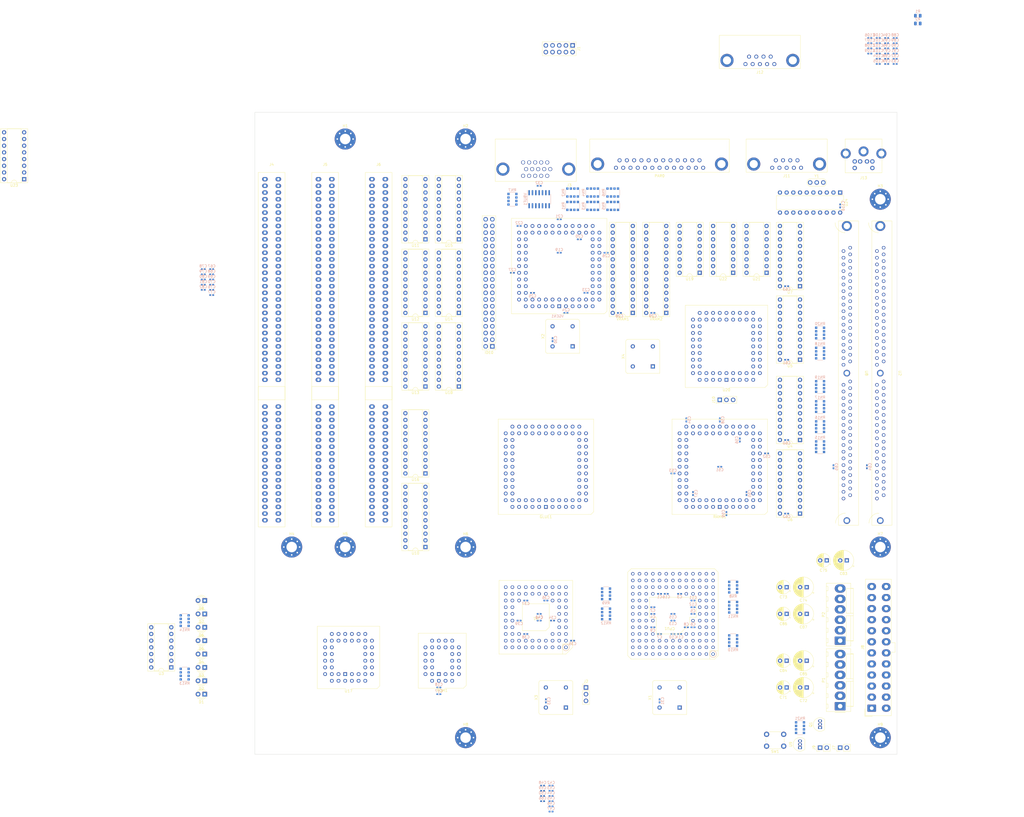
<source format=kicad_pcb>
(kicad_pcb (version 20221018) (generator pcbnew)
  (layers (0 "F.Cu" signal) (31 "B.Cu" signal) (34 "B.Paste" user) (35 "F.Paste" user) (36 "B.SilkS" user "B.Silkscreen") (37 "F.SilkS" user "F.Silkscreen") (38 "B.Mask" user) (39 "F.Mask" user) (44 "Edge.Cuts" user))
  (net 0 "")
  (net 1 "VCC")
  (net 2 "GND")
  (net 3 "+12V")
  (net 4 "+5VP")
  (net 5 "-12V")
  (net 6 "-5V")
  (net 7 "/Serial-Parallel-IO/PAR-D0")
  (net 8 "/Serial-Parallel-IO/PAR-D0-C")
  (net 9 "/Serial-Parallel-IO/PAR-D1")
  (net 10 "/Serial-Parallel-IO/PAR-D1-C")
  (net 11 "/Serial-Parallel-IO/PAR-D2")
  (net 12 "/Serial-Parallel-IO/PAR-D2-C")
  (net 13 "/Serial-Parallel-IO/PAR-D3")
  (net 14 "/Serial-Parallel-IO/PAR-D3-C")
  (net 15 "/Serial-Parallel-IO/PAR-D4")
  (net 16 "/Serial-Parallel-IO/PAR-D4-C")
  (net 17 "/Serial-Parallel-IO/PAR-D5")
  (net 18 "/Serial-Parallel-IO/PAR-D5-C")
  (net 19 "/Serial-Parallel-IO/PAR-D6")
  (net 20 "/Serial-Parallel-IO/PAR-D6-C")
  (net 21 "/Serial-Parallel-IO/PAR-D7")
  (net 22 "/Serial-Parallel-IO/PAR-D7-C")
  (net 23 "/Serial-Parallel-IO/COM0-C1P")
  (net 24 "/Serial-Parallel-IO/COM0-C1M")
  (net 25 "/Serial-Parallel-IO/COM0-C2M")
  (net 26 "/Serial-Parallel-IO/COM0-C2P")
  (net 27 "/Serial-Parallel-IO/COM0-VP")
  (net 28 "/Serial-Parallel-IO/COM0-VM")
  (net 29 "/Serial-Parallel-IO/COM1-C1P")
  (net 30 "/Serial-Parallel-IO/COM1-C1M")
  (net 31 "/Serial-Parallel-IO/COM1-VP")
  (net 32 "/Serial-Parallel-IO/COM1-VM")
  (net 33 "/Serial-Parallel-IO/COM1-C2M")
  (net 34 "/Serial-Parallel-IO/COM1-C2P")
  (net 35 "~{BR}")
  (net 36 "CPU-A0")
  (net 37 "CPU-A30")
  (net 38 "CPU-A28")
  (net 39 "CPU-A26")
  (net 40 "CPU-A24")
  (net 41 "CPU-A23")
  (net 42 "CPU-A21")
  (net 43 "CPU-A19")
  (net 44 "CPU-A17")
  (net 45 "CPU-A15")
  (net 46 "CPU-A13")
  (net 47 "CPU-A10")
  (net 48 "~{RMC}")
  (net 49 "~{BG}")
  (net 50 "CPU-A31")
  (net 51 "CPU-A29")
  (net 52 "CPU-A27")
  (net 53 "CPU-A25")
  (net 54 "CPU-A22")
  (net 55 "CPU-A20")
  (net 56 "CPU-A16")
  (net 57 "CPU-A14")
  (net 58 "CPU-A12")
  (net 59 "CPU-A8")
  (net 60 "CPU-A7")
  (net 61 "FC1")
  (net 62 "~{CIOUT}")
  (net 63 "~{BGACK}")
  (net 64 "CPU-A1")
  (net 65 "CPU-A18")
  (net 66 "CPU-A11")
  (net 67 "CPU-A9")
  (net 68 "CPU-A5")
  (net 69 "CPU-A4")
  (net 70 "FC2")
  (net 71 "FC0")
  (net 72 "~{OCS}")
  (net 74 "CPU-A6")
  (net 75 "CPU-A3")
  (net 76 "CPU-A2")
  (net 77 "CPU-CLK")
  (net 78 "~{AVEC}")
  (net 80 "~{IPEND}")
  (net 81 "~{DSACK0}")
  (net 84 "~{RESET}")
  (net 85 "~{MMUDIS}")
  (net 86 "~{STERM}")
  (net 87 "~{DSACK1}")
  (net 88 "~{IPL2}")
  (net 89 "~{IPL1}")
  (net 90 "~{BERR}")
  (net 91 "~{HALT}")
  (net 92 "~{CDIS}")
  (net 93 "~{IPL0}")
  (net 94 "~{CBACK}")
  (net 95 "~{AS}")
  (net 96 "~{STATUS}")
  (net 97 "~{REFILL}")
  (net 98 "~{CBREQ}")
  (net 99 "~{DS}")
  (net 100 "SIZ1")
  (net 102 "CPU-D5")
  (net 103 "CPU-D1")
  (net 104 "CPU-D0")
  (net 105 "~{CIIN}")
  (net 106 "SIZ0")
  (net 107 "R{slash}~{W}")
  (net 108 "CPU-D30")
  (net 109 "CPU-D10")
  (net 110 "CPU-D7")
  (net 111 "CPU-D4")
  (net 112 "CPU-D2")
  (net 113 "~{DBEN}")
  (net 114 "~{ECS}")
  (net 115 "CPU-D29")
  (net 116 "CPU-D27")
  (net 117 "CPU-D24")
  (net 118 "CPU-D22")
  (net 119 "CPU-D20")
  (net 120 "CPU-D17")
  (net 121 "CPU-D14")
  (net 122 "CPU-D12")
  (net 123 "CPU-D9")
  (net 124 "CPU-D6")
  (net 125 "CPU-D3")
  (net 126 "CPU-D31")
  (net 127 "CPU-D28")
  (net 128 "CPU-D26")
  (net 129 "CPU-D25")
  (net 130 "CPU-D23")
  (net 131 "CPU-D21")
  (net 132 "CPU-D19")
  (net 133 "CPU-D18")
  (net 134 "CPU-D16")
  (net 135 "CPU-D15")
  (net 136 "CPU-D13")
  (net 137 "CPU-D11")
  (net 138 "CPU-D8")
  (net 139 "Net-(D1-A)")
  (net 140 "Net-(D2-A)")
  (net 141 "Net-(D3-A)")
  (net 142 "Net-(D4-A)")
  (net 143 "Net-(D5-A)")
  (net 144 "Net-(D6-A)")
  (net 145 "Net-(D7-A)")
  (net 146 "Net-(D8-A)")
  (net 149 "~{MEM-WR}")
  (net 150 "~{MEM-RD}")
  (net 152 "~{ISA-CE}")
  (net 153 "~{VID-CE}")
  (net 154 "~{ROM-CE}")
  (net 155 "~{FPU-SENSE}")
  (net 156 "~{FPU-CE}")
  (net 157 "~{RAM-CE}")
  (net 158 "~{RAM-DSACK}")
  (net 159 "~{VID-DSACK}")
  (net 160 "~{ISA-DACK16}")
  (net 161 "~{ISA-DACK8}")
  (net 162 "PWR_OK")
  (net 163 "PWR_ON_L")
  (net 164 "~{SPIO-CE}")
  (net 165 "~{PS2-ATN}")
  (net 166 "~{PS2-ACK}")
  (net 174 "/ISA-IDE/ISA-RESET")
  (net 175 "/ISA-IDE/ISA-D0")
  (net 176 "/ISA-IDE/ISA-D8")
  (net 177 "/ISA-IDE/ISA-D1")
  (net 178 "/ISA-IDE/ISA-D9")
  (net 179 "/ISA-IDE/ISA-D2")
  (net 180 "/ISA-IDE/ISA-D10")
  (net 181 "/ISA-IDE/ISA-D3")
  (net 182 "/ISA-IDE/ISA-D11")
  (net 183 "/ISA-IDE/ISA-D4")
  (net 184 "/ISA-IDE/ISA-D12")
  (net 185 "/ISA-IDE/ISA-D5")
  (net 186 "/ISA-IDE/ISA-D13")
  (net 187 "/ISA-IDE/ISA-D6")
  (net 188 "/ISA-IDE/ISA-D14")
  (net 189 "/ISA-IDE/ISA-D7")
  (net 190 "/ISA-IDE/ISA-D15")
  (net 193 "/ISA-IDE/~{ISA-IOW}")
  (net 194 "/ISA-IDE/~{ISA-IOR}")
  (net 195 "/ISA-IDE/ISA-IORDY")
  (net 197 "/ISA-IDE/ISA-IDE-Connectors/~{IDE-DMACK}")
  (net 199 "/ISA-IDE/~{ISA-IOCS16}")
  (net 200 "/ISA-IDE/ISA-A1")
  (net 202 "/ISA-IDE/ISA-A0")
  (net 203 "/ISA-IDE/ISA-A2")
  (net 204 "/ISA-IDE/~{IDE-CS1}")
  (net 205 "/ISA-IDE/~{IDE-CS3}")
  (net 207 "/VidGen/VID-V")
  (net 208 "/VidGen/VID-H")
  (net 209 "/VidGen/VID-B-OUT")
  (net 210 "/VidGen/VID-G-OUT")
  (net 211 "/VidGen/VID-R-OUT")
  (net 212 "Net-(J2-Pin_2)")
  (net 213 "/CPU-FPU/FPU-CLK")
  (net 224 "/ISA-IDE/~{ISA-MEMW}")
  (net 225 "/ISA-IDE/~{ISA-MEMR}")
  (net 231 "/ISA-IDE/ISA-CLK")
  (net 239 "/ISA-IDE/ISA-AEN")
  (net 240 "/ISA-IDE/ISA-IDE-Connectors/ISA-OSC")
  (net 242 "/ISA-IDE/ISA-ALE")
  (net 243 "/ISA-IDE/ISA-A19")
  (net 244 "/ISA-IDE/ISA-A18")
  (net 245 "/ISA-IDE/ISA-A17")
  (net 246 "/ISA-IDE/ISA-A16")
  (net 247 "/ISA-IDE/ISA-A15")
  (net 248 "/ISA-IDE/ISA-A14")
  (net 249 "/ISA-IDE/ISA-A13")
  (net 250 "/ISA-IDE/ISA-A12")
  (net 251 "/ISA-IDE/ISA-A11")
  (net 252 "/ISA-IDE/ISA-A10")
  (net 253 "/ISA-IDE/ISA-A9")
  (net 254 "/ISA-IDE/ISA-A8")
  (net 255 "/ISA-IDE/ISA-A7")
  (net 256 "/ISA-IDE/ISA-A6")
  (net 257 "/ISA-IDE/ISA-A5")
  (net 258 "/ISA-IDE/ISA-A4")
  (net 259 "/ISA-IDE/ISA-A3")
  (net 260 "/ISA-IDE/~{ISA-MEMCS16}")
  (net 274 "/ISA-IDE/ISA-MASTER")
  (net 275 "/ISA-IDE/ISA-SBHE")
  (net 276 "/ISA-IDE/ISA-LA23")
  (net 277 "/ISA-IDE/ISA-LA22")
  (net 278 "/ISA-IDE/ISA-LA21")
  (net 279 "/ISA-IDE/ISA-LA20")
  (net 280 "/ISA-IDE/ISA-LA19")
  (net 281 "/ISA-IDE/ISA-LA18")
  (net 282 "/ISA-IDE/ISA-LA17")
  (net 343 "/Power-Supply/~{PWR_ON}")
  (net 344 "Net-(J8-+3.3V-Pad1)")
  (net 346 "/Serial-Parallel-IO/PAR-BIDEN")
  (net 349 "/Serial-Parallel-IO/COM0-RX232")
  (net 350 "/Serial-Parallel-IO/COM0-TX232")
  (net 353 "/Serial-Parallel-IO/COM0-RTS232")
  (net 354 "/Serial-Parallel-IO/COM0-CTS232")
  (net 358 "/Serial-Parallel-IO/COM1-RX232")
  (net 359 "/Serial-Parallel-IO/COM1-TX232")
  (net 362 "/Serial-Parallel-IO/COM1-RTS232")
  (net 363 "/Serial-Parallel-IO/COM1-CTS232")
  (net 365 "/Keyboard/PS2-DAT")
  (net 367 "/Keyboard/PS2-CLK")
  (net 370 "/Serial-Parallel-IO/~{PAR-STB}")
  (net 371 "/Serial-Parallel-IO/~{PAR-ACK}")
  (net 372 "/Serial-Parallel-IO/PAR-BUSY")
  (net 373 "/Serial-Parallel-IO/PAR-PE")
  (net 374 "/Serial-Parallel-IO/PAR-SLCT")
  (net 375 "/Serial-Parallel-IO/~{PAR-AFD}")
  (net 376 "/Serial-Parallel-IO/~{PAR-ERR}")
  (net 377 "/Serial-Parallel-IO/~{PAR-INIT}")
  (net 378 "/Serial-Parallel-IO/~{PAR-SLIN}")
  (net 379 "/Power-Supply/PWR_ON_R")
  (net 381 "/Main-Memory/MEM-A0")
  (net 383 "/Main-Memory/MEM-A7")
  (net 384 "/Main-Memory/MEM-A6")
  (net 385 "/Main-Memory/MEM-A5")
  (net 386 "/Main-Memory/MEM-A4")
  (net 387 "/Main-Memory/MEM-A3")
  (net 388 "/Main-Memory/MEM-A2")
  (net 389 "/Main-Memory/MEM-A1")
  (net 391 "/Main-Memory/~{MEM-RAS2}")
  (net 392 "/Main-Memory/~{MEM-RAS1}")
  (net 393 "/Main-Memory/~{MEM-RAS0}")
  (net 394 "/Main-Memory/MEM-A11")
  (net 395 "/Main-Memory/MEM-A10")
  (net 396 "/Main-Memory/MEM-A9")
  (net 397 "/Main-Memory/MEM-A8")
  (net 399 "/Main-Memory/~{MEM-WE}")
  (net 400 "/Main-Memory/~{MEM-CAS3}")
  (net 401 "/Main-Memory/~{MEM-CAS2}")
  (net 402 "/Main-Memory/~{MEM-CAS1}")
  (net 403 "/Main-Memory/~{MEM-CAS0}")
  (net 404 "/Main-Memory/~{MEM-RAS3}")
  (net 407 "/VidGen/VID-R-D")
  (net 408 "/VidGen/VID-R-A")
  (net 409 "/VidGen/VID-I-D2R")
  (net 410 "/VidGen/VID-R-D1")
  (net 411 "/VidGen/VID-I-D1R")
  (net 412 "/VidGen/VID-I-D3R")
  (net 413 "/VidGen/VID-I-D")
  (net 414 "/VidGen/VID-G-D")
  (net 415 "/VidGen/VID-G-A")
  (net 416 "/VidGen/VID-I-D2G")
  (net 417 "/VidGen/VID-G-D1")
  (net 418 "/VidGen/VID-I-D1G")
  (net 419 "/VidGen/VID-I-D3G")
  (net 420 "/VidGen/VID-B-D")
  (net 421 "/VidGen/VID-B-A")
  (net 422 "/VidGen/VID-I-D2B")
  (net 423 "/VidGen/VID-B-D1")
  (net 424 "/VidGen/VID-I-D1B")
  (net 425 "/VidGen/VID-I-D3B")
  (net 426 "/VidGen/VID-R-F")
  (net 427 "/VidGen/VID-G-F")
  (net 428 "/VidGen/VID-B-F")
  (net 429 "Net-(RN7-R4.1)")
  (net 433 "Net-(RN13-R2.1)")
  (net 434 "Net-(RN13-R3.1)")
  (net 435 "Net-(RN13-R4.1)")
  (net 436 "Net-(RN14-R1.1)")
  (net 437 "Net-(RN14-R2.1)")
  (net 438 "Net-(RN14-R3.1)")
  (net 439 "/Main-Memory/MEM-A3R")
  (net 440 "/Main-Memory/MEM-A2R")
  (net 441 "/Main-Memory/MEM-A1R")
  (net 442 "/Main-Memory/MEM-A0R")
  (net 443 "/Main-Memory/MEM-A7R")
  (net 444 "/Main-Memory/MEM-A6R")
  (net 445 "/Main-Memory/MEM-A5R")
  (net 446 "/Main-Memory/MEM-A4R")
  (net 447 "/Main-Memory/MEM-A11R")
  (net 448 "/Main-Memory/MEM-A10R")
  (net 449 "/Main-Memory/MEM-A9R")
  (net 450 "/Main-Memory/MEM-A8R")
  (net 451 "/Main-Memory/~{MEM-CAS3R}")
  (net 452 "/Main-Memory/~{MEM-CAS2R}")
  (net 453 "/Main-Memory/~{MEM-CAS1R}")
  (net 454 "/Main-Memory/~{MEM-CAS0R}")
  (net 455 "/Main-Memory/~{MEM-RAS3R}")
  (net 456 "/Main-Memory/~{MEM-RAS2R}")
  (net 457 "/Main-Memory/~{MEM-RAS1R}")
  (net 458 "/Main-Memory/~{MEM-RAS0R}")
  (net 465 "/Main-Memory/~{MEM-WER}")
  (net 472 "/Main-Memory/MEM-D0")
  (net 473 "/Main-Memory/MEM-D16")
  (net 474 "/Main-Memory/MEM-D1")
  (net 475 "/Main-Memory/MEM-D17")
  (net 476 "/Main-Memory/MEM-D2")
  (net 477 "/Main-Memory/MEM-D18")
  (net 478 "/Main-Memory/MEM-D3")
  (net 479 "/Main-Memory/MEM-D19")
  (net 481 "/Main-Memory/MEM-D4")
  (net 482 "/Main-Memory/MEM-D20")
  (net 483 "/Main-Memory/MEM-D5")
  (net 484 "/Main-Memory/MEM-D21")
  (net 485 "/Main-Memory/MEM-D6")
  (net 486 "/Main-Memory/MEM-D22")
  (net 487 "/Main-Memory/MEM-D7")
  (net 488 "/Main-Memory/MEM-D23")
  (net 495 "/Main-Memory/MEM-D8")
  (net 496 "/Main-Memory/MEM-D24")
  (net 497 "/Main-Memory/MEM-D9")
  (net 498 "/Main-Memory/MEM-D25")
  (net 499 "/Main-Memory/MEM-D10")
  (net 500 "/Main-Memory/MEM-D26")
  (net 501 "/Main-Memory/MEM-D11")
  (net 502 "/Main-Memory/MEM-D27")
  (net 503 "/Main-Memory/MEM-D12")
  (net 504 "/Main-Memory/MEM-D28")
  (net 505 "/Main-Memory/MEM-D29")
  (net 506 "/Main-Memory/MEM-D13")
  (net 507 "/Main-Memory/MEM-D30")
  (net 508 "/Main-Memory/MEM-D14")
  (net 509 "/Main-Memory/MEM-D31")
  (net 510 "/Main-Memory/MEM-D15")
  (net 530 "/ISA-IDE/~{ISA-XFER8}")
  (net 531 "/ISA-IDE/~{ISA-XFER16}")
  (net 537 "/ISA-IDE/~{RESET}")
  (net 549 "Net-(U18-P=R)")
  (net 553 "/Serial-Parallel-IO/~{SPIO-CS2}")
  (net 554 "/Serial-Parallel-IO/~{SPIO-CS1}")
  (net 555 "/Serial-Parallel-IO/~{SPIO-CS0}")
  (net 556 "/Serial-Parallel-IO/SPIO-CLK")
  (net 561 "/Serial-Parallel-IO/COM1-SOUT")
  (net 563 "/Serial-Parallel-IO/~{COM1-RTS}")
  (net 564 "/Serial-Parallel-IO/~{COM1-CTS}")
  (net 566 "/Serial-Parallel-IO/~{COM0-RTS}")
  (net 568 "/Serial-Parallel-IO/COM0-SOUT")
  (net 569 "/Serial-Parallel-IO/~{COM0-CTS}")
  (net 573 "/Serial-Parallel-IO/COM0-SIN")
  (net 580 "/Serial-Parallel-IO/COM1-SIN")
  (net 591 "/Keyboard/PS2-DEB-Rx")
  (net 592 "/Keyboard/PS2-DEB-Tx")
  (net 593 "Net-(U24-PA1{slash}XTAL2)")
  (net 594 "Net-(U24-PA0{slash}XTAL1)")
  (net 595 "Net-(VBUF1B-IN2_N)")
  (net 596 "Net-(VBUF1C-IN3_N)")
  (net 597 "Net-(VBUF1D-IN4_N)")
  (net 599 "/VidGen/VID_A5")
  (net 600 "/VidGen/VID_A14")
  (net 601 "/VidGen/VID_A7")
  (net 602 "/VidGen/VID_A12")
  (net 603 "/VidGen/~{VID_WR}")
  (net 604 "/VidGen/VID_TDI")
  (net 605 "/VidGen/VID_A13")
  (net 606 "/VidGen/VID_A8")
  (net 607 "/VidGen/VID_A6")
  (net 608 "/VidGen/VID_A9")
  (net 609 "/VidGen/VID_A11")
  (net 610 "/VidGen/VID_A4")
  (net 611 "/VidGen/~{VID_RD}")
  (net 612 "/VidGen/VID_TMS")
  (net 613 "/VidGen/VID_A10")
  (net 614 "/VidGen/VID_A3")
  (net 615 "/VidGen/VID_A2")
  (net 616 "/VidGen/VID_A1")
  (net 617 "/VidGen/~{VID_CS0}")
  (net 618 "/VidGen/VID_A0")
  (net 619 "/VidGen/VID_D7")
  (net 620 "/VidGen/VID_D5")
  (net 621 "/VidGen/VID_D0")
  (net 622 "/VidGen/VID_D1")
  (net 623 "/VidGen/VID_D6")
  (net 624 "/VidGen/VID_D4")
  (net 625 "/VidGen/VID_D3")
  (net 626 "/VidGen/VID_D2")
  (net 627 "/VidGen/~{VID_CS1}")
  (net 628 "/VidGen/VID_TCK")
  (net 629 "/VidGen/VID_TDO")
  (net 630 "/VidGen/VID_CLK")
  (footprint "Package_DIP:DIP-20_W7.62mm_Socket" (layer "F.Cu") (at 172.72 142.24 180)
    (fp_text reference "U6")
    (fp_text value "74HC245")
  )
  (footprint "Wrap030-ITX:SIMM72" (layer "F.Cu") (at 190.5 88.9 -90)
    (fp_text reference "U8")
    (fp_text value "TE-822021-4")
  )
  (footprint "Wrap030-ITX:MiniDIN6" (layer "F.Cu") (at 196.85 0)
    (fp_text reference "J13")
    (fp_text value "DIN-6")
  )
  (footprint "Package_DIP:DIP-20_W7.62mm_Socket" (layer "F.Cu") (at 30.48 66.04 180)
    (fp_text reference "U12")
    (fp_text value "74HC245")
  )
  (footprint "MountingHole:MountingHole_4mm_Pad_Via" (layer "F.Cu") (at 0 154.94)
    (fp_text reference "H5")
    (fp_text value "4mm")
  )
  (footprint "Package_TO_SOT_THT:TO-92L_Inline" (layer "F.Cu") (at 180.34 223.52 90)
    (fp_text reference "Q1")
    (fp_text value "PN2222A")
  )
  (footprint "Oscillator:Oscillator_DIP-8" (layer "F.Cu") (at 86.36 78.74 90)
    (fp_text reference "X2")
    (fp_text value "25.175M")
  )
  (footprint "MountingHole:MountingHole_4mm_Pad_Via" (layer "F.Cu") (at -20.32 154.94)
    (fp_text reference "H4")
    (fp_text value "4mm")
  )
  (footprint "Capacitor_THT:CP_Radial_D5.0mm_P2.50mm" (layer "F.Cu") (at 167.64 198.12 180)
    (fp_text reference "C84")
    (fp_text value "10uF")
  )
  (footprint "Package_DIP:DIP-28_W7.62mm_Socket" (layer "F.Cu") (at 109.22 66.04 180)
    (fp_text reference "VRAM1")
    (fp_text value "CY62256-70PC")
  )
  (footprint "Capacitor_THT:CP_Radial_D7.5mm_P2.50mm" (layer "F.Cu") (at 175.26 198.12 180)
    (fp_text reference "C85")
    (fp_text value "100uF")
  )
  (footprint "Crystal:Resonator-3Pin_W7.0mm_H2.5mm" (layer "F.Cu") (at 176.57 16.51)
    (fp_text reference "Y1")
    (fp_text value "16M")
  )
  (footprint "Package_LCC:PLCC-84_THT-Socket" (layer "F.Cu") (at 81.28 63.5 180)
    (fp_text reference "VGEN1")
    (fp_text value "ATF1508AS")
  )
  (footprint "Package_DIP:DIP-20_W7.62mm_Socket" (layer "F.Cu") (at 43.18 38.1 180)
    (fp_text reference "U15")
    (fp_text value "74LS573")
  )
  (footprint "Wrap030-ITX:ISA16" (layer "F.Cu") (at 10.16 15.24)
    (fp_text reference "J6")
    (fp_text value "Bus_ISA_16bit")
  )
  (footprint "Capacitor_THT:CP_Radial_D5.0mm_P2.50mm" (layer "F.Cu") (at 167.64 170.18 180)
    (fp_text reference "C73")
    (fp_text value "10uF")
  )
  (footprint "LED_THT:LED_D3.0mm" (layer "F.Cu") (at -53.34 190.5 180)
    (fp_text reference "D5")
    (fp_text value "LED")
  )
  (footprint "Button_Switch_THT:SW_PUSH_6mm" (layer "F.Cu") (at 166.52 230.56 180)
    (fp_text reference "SW1")
    (fp_text value "SW_Push")
  )
  (footprint "Connector_Molex:Molex_KK-396_A-41791-0006_1x06_P3.96mm_Vertical" (layer "F.Cu") (at 187.96 190.5 90)
    (fp_text reference "P2")
    (fp_text value "Conn_01x06")
  )
  (footprint "Package_DIP:DIP-28_W7.62mm_Socket" (layer "F.Cu") (at 121.92 66.04 180)
    (fp_text reference "VRAM2")
    (fp_text value "CY62256-70PC")
  )
  (footprint "Connector_PinHeader_2.54mm:PinHeader_1x03_P2.54mm_Vertical" (layer "F.Cu") (at 142.24 99.06 90)
    (fp_text reference "J10")
    (fp_text value "Conn_01x03")
  )
  (footprint "MountingHole:MountingHole_4mm_Pad_Via" (layer "F.Cu") (at 45.72 154.94)
    (fp_text reference "H6")
    (fp_text value "4mm")
  )
  (footprint "Connector_PinHeader_2.54mm:PinHeader_2x05_P2.54mm_Vertical" (layer "F.Cu") (at 86.36 -35.56 -90)
    (fp_text reference "J1")
    (fp_text value "Conn_02x05_Odd_Even")
  )
  (footprint "Package_DIP:DIP-20_W7.62mm_Socket" (layer "F.Cu") (at 30.48 127 180)
    (fp_text reference "U16")
    (fp_text value "74AHCT244")
  )
  (footprint "Capacitor_THT:CP_Radial_D7.5mm_P2.50mm" (layer "F.Cu") (at 175.26 170.18 180)
    (fp_text reference "C74")
    (fp_text value "100uF")
  )
  (footprint "Wrap030-ITX:DE9" (layer "F.Cu") (at 167.64 0)
    (fp_text reference "J11")
    (fp_text value "DE9_Plug_MountingHoles")
  )
  (footprint "Wrap030-ITX:ISA16" (layer "F.Cu") (at -10.16 15.24)
    (fp_text reference "J5")
    (fp_text value "Bus_ISA_16bit")
  )
  (footprint "Wrap030-ITX:DE9" (layer "F.Cu") (at 157.48 -39.37)
    (fp_text reference "J12")
    (fp_text value "DE9_Plug_MountingHoles")
  )
  (footprint "Capacitor_THT:CP_Radial_D7.5mm_P2.50mm" (layer "F.Cu") (at 175.26 208.28 180)
    (fp_text reference "C72")
    (fp_text value "100uF")
  )
  (footprint "Capacitor_THT:CP_Radial_D7.5mm_P2.50mm" (layer "F.Cu") (at 190.5 160.02 180)
    (fp_text reference "C83")
    (fp_text value "100uF")
  )
  (footprint "MountingHole:MountingHole_4mm_Pad_Via" (layer "F.Cu") (at 45.72 227.33)
    (fp_text reference "H8")
    (fp_text value "4mm")
  )
  (footprint "Package_TO_SOT_THT:TO-92_Inline" (layer "F.Cu") (at 172.72 231.14 90)
    (fp_text reference "U9")
    (fp_text value "DS1813-5+T&R")
  )
  (footprint "Capacitor_THT:CP_Radial_D5.0mm_P2.50mm" (layer "F.Cu") (at 167.64 208.28 180)
    (fp_text reference "C71")
    (fp_text value "10uF")
  )
  (footprint "Package_LCC:PLCC-84_THT-Socket" (layer "F.Cu") (at 76.2 139.7 180)
    (fp_text reference "GLUE1")
    (fp_text value "ATF1508AS")
  )
  (footprint "Capacitor_THT:CP_Radial_D5.0mm_P2.50mm" (layer "F.Cu") (at 182.88 160.02 180)
    (fp_text reference "C75")
    (fp_text value "10uF")
  )
  (footprint "Package_DIP:DIP-16_W7.62mm_Socket" (layer "F.Cu") (at 147.32 50.8 180)
    (fp_text reference "U22")
    (fp_text value "MAX232")
  )
  (footprint "Package_DIP:DIP-16_W7.62mm_Socket" (layer "F.Cu") (at 160.02 50.8 180)
    (fp_text reference "U21")
    (fp_text value "MAX232")
  )
  (footprint "Package_DIP:DIP-20_W7.62mm_Socket" (layer "F.Cu") (at 172.72 83.82 180)
    (fp_text reference "U5")
    (fp_text value "74HC245")
  )
  (footprint "Connector_PinHeader_2.54mm:PinHeader_2x20_P2.54mm_Vertical" (layer "F.Cu") (at 55.88 78.74 180)
    (fp_text reference "IDE0")
    (fp_text value "Conn_02x20_Odd_Even")
  )
  (footprint "Package_DIP:DIP-20_W7.62mm_Socket" (layer "F.Cu") (at 172.72 55.88 180)
    (fp_text reference "U7")
    (fp_text value "74HC245")
  )
  (footprint "MountingHole:MountingHole_4mm_Pad_Via" (layer "F.Cu") (at 203.2 22.86)
    (fp_text reference "H3")
    (fp_text value "4mm")
  )
  (footprint "Package_LCC:PLCC-44_THT-Socket" (layer "F.Cu") (at 0 203.2 180)
    (fp_text reference "U17")
    (fp_text value "ATF1504")
  )
  (footprint "LED_THT:LED_D3.0mm" (layer "F.Cu") (at -53.34 185.42 180)
    (fp_text reference "D6")
    (fp_text value "LED")
  )
  (footprint "MountingHole:MountingHole_4mm_Pad_Via" (layer "F.Cu") (at 45.72 0)
    (fp_text reference "H2")
    (fp_text value "4mm")
  )
  (footprint "Package_DIP:DIP-20_W7.62mm_Socket" (layer "F.Cu") (at 30.48 154.94 180)
    (fp_text reference "U10")
    (fp_text value "74HC245")
  )
  (footprint "Wrap030-ITX:PGA128" (layer "F.Cu") (at 124.46 180.34 180)
    (fp_text reference "CPU1")
    (fp_text value "MC68030")
  )
  (footprint "Package_LCC:PLCC-84_THT-Socket" (layer "F.Cu") (at 142.24 139.7 180)
    (fp_text reference "RAMC1")
    (fp_text value "ATF1508AS")
  )
  (footprint "MountingHole:MountingHole_4mm_Pad_Via" (layer "F.Cu") (at 203.2 227.33)
    (fp_text reference "H9")
    (fp_text value "4mm")
  )
  (footprint "Oscillator:Oscillator_DIP-8" (layer "F.Cu") (at 127 215.9 90)
    (fp_text reference "X1")
    (fp_text value "50M")
  )
  (footprint "Connector_PinHeader_2.54mm:PinHeader_1x02_P2.54mm_Vertical" (layer "F.Cu") (at 187.96 231.14 90)
    (fp_text reference "J7")
    (fp_text value "Conn_01x02")
  )
  (footprint "Oscillator:Oscillator_DIP-8" (layer "F.Cu") (at 83.82 215.9 90)
    (fp_text reference "X3")
    (fp_text value "16M")
  )
  (footprint "Oscillator:Oscillator_DIP-8" (layer "F.Cu") (at 116.84 86.36 90)
    (fp_text reference "X4")
    (fp_text value "1.6862M")
  )
  (footprint "LED_THT:LED_D3.0mm" (layer "F.Cu") (at -53.34 180.34 180)
    (fp_text reference "D7")
    (fp_text value "LED")
  )
  (footprint "Package_LCC:PLCC-68_THT-Socket" (layer "F.Cu") (at 144.78 91.44 180)
    (fp_text reference "U20")
    (fp_text value "WD16C552")
  )
  (footprint "Package_DIP:DIP-20_W7.62mm_Socket" (layer "F.Cu") (at 172.72 114.3 180)
    (fp_text reference "U4")
    (fp_text value "74HC245")
  )
  (footprint "Wrap030-ITX:SIMM72" (layer "F.Cu") (at 203.2 88.9 -90)
    (fp_text reference "U2")
    (fp_text value "TE-822021-4")
  )
  (footprint "Connector_Molex:Molex_Mini-Fit_Jr_5566-24A_2x12_P4.20mm_Vertical" (layer "F.Cu") (at 199.95 216.14 90)
    (fp_text reference "J8")
    (fp_text value "ATX-24")
  )
  (footprint "Connector_PinHeader_2.54mm:PinHeader_1x02_P2.54mm_Vertical" (layer "F.Cu") (at 180.34 231.14 90)
    (fp_text reference "J9")
    (fp_text value "Conn_01x02")
  )
  (footprint "Wrap030-ITX:DE15-HD" (layer "F.Cu") (at 72.39 0)
    (fp_text reference "J3")
    (fp_text value "DE15_Receptacle_HighDensity_MountingHoles")
  )
  (footprint "Connector_PinHeader_2.54mm:PinHeader_1x03_P2.54mm_Vertical" (layer "F.Cu") (at 91.44 208.28)
    (fp_text reference "J2")
    (fp_text value "Conn_01x03")
  )
  (footprint "Wrap030-ITX:DB25" (layer "F.Cu") (at 119.38 0)
    (fp_text reference "PAR0")
    (fp_text value "DB25_Receptacle_MountingHoles")
  )
  (footprint "Package_DIP:DIP-20_W7.62mm_Socket" (layer "F.Cu") (at 43.18 66.04 180)
    (fp_text reference "U14")
    (fp_text value "74LS573")
  )
  (footprint "Package_DIP:DIP-20_W7.62mm_Socket" (layer "F.Cu") (at 43.18 93.98 180)
    (fp_text reference "U18")
    (fp_text value "74HCT688")
  )
  (footprint "LED_THT:LED_D3.0mm" (layer "F.Cu") (at -53.34 200.66 180)
    (fp_text reference "D3")
    (fp_text value "LED")
  )
  (footprint "Package_DIP:DIP-20_W7.62mm_Socket" (layer "F.Cu") (at 30.48 38.1 180)
    (fp_text reference "U11")
    (fp_text value "74HC245")
  )
  (footprint "Capacitor_THT:CP_Radial_D7.5mm_P2.50mm" (layer "F.Cu") (at 175.26 180.34 180)
    (fp_text reference "C87")
    (fp_text value "100uF")
  )
  (footprint "Package_DIP:DIP-16_W7.62mm_Socket" (layer "F.Cu") (at 134.62 50.8 180)
    (fp_text reference "U19")
    (fp_text value "74LS139")
  )
  (footprint "Capacitor_THT:CP_Radial_D5.0mm_P2.50mm" (layer "F.Cu") (at 167.64 180.34 180)
    (fp_text reference "C86")
    (fp_text value "10uF")
  )
  (footprint "Package_DIP:DIP-14_W7.62mm_Socket" (layer "F.Cu") (at -66.04 200.66 180)
    (fp_text reference "U3")
    (fp_text value "74HCT04")
  )
  (footprint "LED_THT:LED_D3.0mm" (layer "F.Cu") (at -53.34 205.74 180)
    (fp_text reference "D2")
    (fp_text value "LED")
  )
  (footprint "Wrap030-ITX:PGA68" (layer "F.Cu") (at 72.39 181.61 180)
    (fp_text reference "U1")
    (fp_text value "MC68882")
  )
  (footprint "LED_THT:LED_D3.0mm" (layer "F.Cu") (at -53.34 195.58 180)
    (fp_text reference "D4")
    (fp_text value "LED")
  )
  (footprint "LED_THT:LED_D3.0mm" (layer "F.Cu") (at -53.34 210.82 180)
    (fp_text reference "D1")
    (fp_text value "LED")
  )
  (footprint "LED_THT:LED_D3.0mm" (layer "F.Cu") (at -53.34 175.26 180)
    (fp_text reference "D8")
    (fp_text value "LED")
  )
  (footprint "Connector_Molex:Molex_KK-396_A-41791-0006_1x06_P3.96mm_Vertical" (layer "F.Cu") (at 187.96 215.38 90)
    (fp_text reference "P1")
    (fp_text value "Conn_01x06")
  )
  (footprint "Package_DIP:DIP-20_W7.62mm_Socket" (layer "F.Cu") (at 30.48 93.98 180)
    (fp_text reference "U13")
    (fp_text value "74LS573")
  )
  (footprint "MountingHole:MountingHole_4mm_Pad_Via" (layer "F.Cu") (at 0 0)
    (fp_text reference "H1")
    (fp_text value "4mm")
  )
  (footprint "Wrap030-ITX:ISA16" (layer "F.Cu") (at -30.48 15.24)
    (fp_text reference "J4")
    (fp_text value "Bus_ISA_16bit")
  )
  (footprint "MountingHole:MountingHole_4mm_Pad_Via" (layer "F.Cu") (at 203.2 154.94)
    (fp_text reference "H7")
    (fp_text value "4mm")
  )
  (footprint "Package_DIP:DIP-16_W7.62mm_Socket" (layer "F.Cu") (at -121.92 15.24 180)
    (fp_text reference "U23")
    (fp_text value "74LS148")
  )
  (footprint "Package_DIP:DIP-20_W7.62mm" (layer "F.Cu") (at 187.96 20.32 -90)
    (fp_text reference "U24")
    (fp_text value "ATtiny2313A-PU")
  )
  (footprint "Package_LCC:PLCC-32_THT-Socket" (layer "F.Cu") (at 35.56 203.2 180)
    (fp_text reference "ROM1")
    (fp_text value "SST39SF040")
  )
  (footprint "Capacitor_SMD:C_0402_1005Metric_Pad0.74x0.62mm_HandSolder" (layer "B.Cu") (at 124.46 127 180)
    (fp_text reference "C53")
    (fp_text value "100nF")
  )
  (footprint "Capacitor_SMD:C_0402_1005Metric_Pad0.74x0.62mm_HandSolder" (layer "B.Cu") (at 208.8475 -30.48 180)
    (fp_text reference "C92")
    (fp_text value "1uF")
  )
  (footprint "Capacitor_SMD:C_0402_1005Metric_Pad0.74x0.62mm_HandSolder" (layer "B.Cu") (at 78.1725 247.52 180)
    (fp_text reference "C43")
    (fp_text value "100nF")
  )
  (footprint "Resistor_SMD:R_Array_Convex_4x1206" (layer "B.Cu") (at 147.32 190.5)
    (fp_text reference "RN10")
    (fp_text value "YC164-FR-071KL")
  )
  (footprint "Capacitor_SMD:C_0402_1005Metric_Pad0.74x0.62mm_HandSolder" (layer "B.Cu") (at 76.2 213.36 90)
    (fp_text reference "C33")
    (fp_text value "100nF")
  )
  (footprint "Capacitor_SMD:C_0402_1005Metric_Pad0.74x0.62mm_HandSolder" (layer "B.Cu") (at 74.9625 249.49 180)
    (fp_text reference "C50")
    (fp_text value "100nF")
  )
  (footprint "Capacitor_SMD:C_0402_1005Metric_Pad0.74x0.62mm_HandSolder" (layer "B.Cu") (at -50.6975 49.4 180)
    (fp_text reference "C67")
    (fp_text value "1uF")
  )
  (footprint "Resistor_SMD:R_Array_Convex_4x1206" (layer "B.Cu") (at 99.06 180.34)
    (fp_text reference "RN12")
    (fp_text value "YC164-FR-071KL")
  )
  (footprint "Capacitor_SMD:C_0402_1005Metric_Pad0.74x0.62mm_HandSolder" (layer "B.Cu") (at -50.6975 55.31 180)
    (fp_text reference "C70")
    (fp_text value "100nF")
  )
  (footprint "Capacitor_SMD:C_0402_1005Metric_Pad0.74x0.62mm_HandSolder" (layer "B.Cu") (at 127 172.72)
    (fp_text reference "C3")
    (fp_text value "100nF")
  )
  (footprint "Capacitor_SMD:C_0402_1005Metric_Pad0.74x0.62mm_HandSolder" (layer "B.Cu") (at 78.74 76.2 90)
    (fp_text reference "C30")
    (fp_text value "100nF")
  )
  (footprint "Capacitor_SMD:C_0402_1005Metric_Pad0.74x0.62mm_HandSolder" (layer "B.Cu") (at 205.6375 -38.36 180)
    (fp_text reference "C94")
    (fp_text value "2200pF")
  )
  (footprint "Resistor_SMD:R_Array_Convex_4x1206" (layer "B.Cu") (at 99.06 172.72)
    (fp_text reference "RN9")
    (fp_text value "YC164-FR-071KL")
  )
  (footprint "Capacitor_SMD:C_0402_1005Metric_Pad0.74x0.62mm_HandSolder" (layer "B.Cu") (at 74.9625 247.52 180)
    (fp_text reference "C49")
    (fp_text value "100nF")
  )
  (footprint "Capacitor_SMD:C_0402_1005Metric_Pad0.74x0.62mm_HandSolder" (layer "B.Cu") (at 124.46 180.34)
    (fp_text reference "C15")
    (fp_text value "1uF")
  )
  (footprint "Capacitor_SMD:C_0402_1005Metric_Pad0.74x0.62mm_HandSolder" (layer "B.Cu") (at 167.64 114.3)
    (fp_text reference "C60")
    (fp_text value "100nF")
  )
  (footprint "Capacitor_SMD:C_0402_1005Metric_Pad0.74x0.62mm_HandSolder" (layer "B.Cu") (at 119.38 187.96)
    (fp_text reference "C7")
    (fp_text value "100nF")
  )
  (footprint "Capacitor_SMD:C_0402_1005Metric_Pad0.74x0.62mm_HandSolder" (layer "B.Cu") (at 129.54 106.68 90)
    (fp_text reference "C54")
    (fp_text value "100nF")
  )
  (footprint "Capacitor_SMD:C_0402_1005Metric_Pad0.74x0.62mm_HandSolder" (layer "B.Cu") (at 202.4275 -30.48 180)
    (fp_text reference "C104")
    (fp_text value "1uF")
  )
  (footprint "Capacitor_SMD:C_0402_1005Metric_Pad0.74x0.62mm_HandSolder" (layer "B.Cu") (at 202.4275 -32.45 180)
    (fp_text reference "C103")
    (fp_text value "1uF")
  )
  (footprint "Capacitor_SMD:C_0402_1005Metric_Pad0.74x0.62mm_HandSolder" (layer "B.Cu") (at 142.24 124.46)
    (fp_text reference "C51")
    (fp_text value "1uF")
  )
  (footprint "Resistor_SMD:R_Array_Convex_4x1206" (layer "B.Cu") (at 86.36 25.4 -90)
    (fp_text reference "RN1")
    (fp_text value "YC164-FR-071KL")
  )
  (footprint "Capacitor_SMD:C_0402_1005Metric_Pad0.74x0.62mm_HandSolder" (layer "B.Cu") (at 35.56 208.28 180)
    (fp_text reference "C18")
    (fp_text value "1uF")
  )
  (footprint "Capacitor_SMD:C_0402_1005Metric_Pad0.74x0.62mm_HandSolder" (layer "B.Cu") (at -53.9075 49.4 180)
    (fp_text reference "C78")
    (fp_text value "100nF")
  )
  (footprint "Capacitor_SMD:C_0402_1005Metric_Pad0.74x0.62mm_HandSolder" (layer "B.Cu") (at 152.4 134.62 90)
    (fp_text reference "C55")
    (fp_text value "100nF")
  )
  (footprint "Capacitor_SMD:C_0402_1005Metric_Pad0.74x0.62mm_HandSolder" (layer "B.Cu") (at 91.44 58.42 180)
    (fp_text reference "C23")
    (fp_text value "100nF")
  )
  (footprint "Capacitor_SMD:C_0402_1005Metric_Pad0.74x0.62mm_HandSolder" (layer "B.Cu") (at 132.08 185.42 180)
    (fp_text reference "C6")
    (fp_text value "100nF")
  )
  (footprint "Capacitor_SMD:C_0402_1005Metric_Pad0.74x0.62mm_HandSolder" (layer "B.Cu") (at -53.9075 55.31 180)
    (fp_text reference "C81")
    (fp_text value "100nF")
  )
  (footprint "Capacitor_SMD:C_0402_1005Metric_Pad0.74x0.62mm_HandSolder" (layer "B.Cu") (at 144.78 142.24 -90)
    (fp_text reference "C59")
    (fp_text value "100nF")
  )
  (footprint "Capacitor_SMD:C_0402_1005Metric_Pad0.74x0.62mm_HandSolder" (layer "B.Cu") (at 88.9 38.1 180)
    (fp_text reference "C20")
    (fp_text value "100nF")
  )
  (footprint "Capacitor_SMD:C_0402_1005Metric_Pad0.74x0.62mm_HandSolder" (layer "B.Cu") (at 132.08 175.26 180)
    (fp_text reference "C11")
    (fp_text value "100nF")
  )
  (footprint "Capacitor_SMD:C_0402_1005Metric_Pad0.74x0.62mm_HandSolder" (layer "B.Cu") (at 78.1725 255.4 180)
    (fp_text reference "C47")
    (fp_text value "100nF")
  )
  (footprint "Resistor_SMD:R_Array_Convex_4x1206" (layer "B.Cu") (at 180.34 101.6 180)
    (fp_text reference "RN17")
    (fp_text value "YC124-JR-1033RL")
  )
  (footprint "Capacitor_SMD:C_0402_1005Metric_Pad0.74x0.62mm_HandSolder" (layer "B.Cu") (at 78.1725 253.43 180)
    (fp_text reference "C46")
    (fp_text value "100nF")
  )
  (footprint "Capacitor_SMD:C_0402_1005Metric_Pad0.74x0.62mm_HandSolder" (layer "B.Cu") (at 132.08 177.8 180)
    (fp_text reference "C12")
    (fp_text value "100nF")
  )
  (footprint "Capacitor_SMD:C_0402_1005Metric_Pad0.74x0.62mm_HandSolder" (layer "B.Cu") (at -50.6975 59.25 180)
    (fp_text reference "C77")
    (fp_text value "100nF")
  )
  (footprint "Capacitor_SMD:C_0402_1005Metric_Pad0.74x0.62mm_HandSolder" (layer "B.Cu") (at 73.66 17.78 180)
    (fp_text reference "C32")
    (fp_text value "100nF")
  )
  (footprint "Resistor_SMD:R_Array_Convex_4x1206" (layer "B.Cu") (at 86.36 20.32 -90)
    (fp_text reference "RN2")
    (fp_text value "YC164-FR-071KL")
  )
  (footprint "Capacitor_SMD:C_0402_1005Metric_Pad0.74x0.62mm_HandSolder" (layer "B.Cu") (at 119.38 213.36 90)
    (fp_text reference "C31")
    (fp_text value "100nF")
  )
  (footprint "Resistor_SMD:R_Array_Convex_4x1206" (layer "B.Cu") (at 180.34 93.98 180)
    (fp_text reference "RN19")
    (fp_text value "YC124-JR-1033RL")
  )
  (footprint "Resistor_SMD:R_Array_Convex_4x1206" (layer "B.Cu") (at 172.72 223.52 180)
    (fp_text reference "RN21")
    (fp_text value "YC124-JR-07220RL")
  )
  (footprint "Resistor_SMD:R_Array_Convex_4x1206" (layer "B.Cu") (at 180.34 109.22 180)
    (fp_text reference "RN16")
    (fp_text value "YC124-JR-1033RL")
  )
  (footprint "Capacitor_SMD:C_0402_1005Metric_Pad0.74x0.62mm_HandSolder" (layer "B.Cu") (at 185.42 124.46 90)
    (fp_text reference "C65")
    (fp_text value "1uF")
  )
  (footprint "Capacitor_SMD:C_0402_1005Metric_Pad0.74x0.62mm_HandSolder" (layer "B.Cu") (at 86.36 190.5)
    (fp_text reference "C35")
    (fp_text value "100nF")
  )
  (footprint "Resistor_SMD:R_0805_2012Metric" (layer "B.Cu") (at 217.4475 -43.88 180)
    (fp_text reference "R2")
    (fp_text value "10k")
  )
  (footprint "Capacitor_SMD:C_0402_1005Metric_Pad0.74x0.62mm_HandSolder" (layer "B.Cu") (at -53.9075 51.37 180)
    (fp_text reference "C79")
    (fp_text value "100nF")
  )
  (footprint "Capacitor_SMD:C_0402_1005Metric_Pad0.74x0.62mm_HandSolder" (layer "B.Cu") (at 71.12 58.42)
    (fp_text reference "C25")
    (fp_text value "100nF")
  )
  (footprint "Capacitor_SMD:C_0402_1005Metric_Pad0.74x0.62mm_HandSolder" (layer "B.Cu") (at 199.2175 -34.42 180)
    (fp_text reference "C108")
    (fp_text value "1uF")
  )
  (footprint "Capacitor_SMD:C_0402_1005Metric_Pad0.74x0.62mm_HandSolder" (layer "B.Cu") (at 205.6375 -36.39 180)
    (fp_text reference "C95")
    (fp_text value "2200pF")
  )
  (footprint "Capacitor_SMD:C_0402_1005Metric_Pad0.74x0.62mm_HandSolder" (layer "B.Cu") (at 83.82 66.04 180)
    (fp_text reference "C24")
    (fp_text value "100nF")
  )
  (footprint "Capacitor_SMD:C_0402_1005Metric_Pad0.74x0.62mm_HandSolder" (layer "B.Cu") (at 116.84 180.34)
    (fp_text reference "C4")
    (fp_text value "100nF")
  )
  (footprint "Resistor_SMD:R_Array_Convex_4x1206" (layer "B.Cu") (at 101.6 25.4 -90)
    (fp_text reference "RN5")
    (fp_text value "YC164-FR-071KL")
  )
  (footprint "Capacitor_SMD:C_0402_1005Metric_Pad0.74x0.62mm_HandSolder" (layer "B.Cu") (at 199.2175 -36.39 180)
    (fp_text reference "C107")
    (fp_text value "1uF")
  )
  (footprint "Capacitor_SMD:C_0402_1005Metric_Pad0.74x0.62mm_HandSolder" (layer "B.Cu") (at 208.8475 -28.51 180)
    (fp_text reference "C93")
    (fp_text value "2200pF")
  )
  (footprint "Resistor_SMD:R_Array_Convex_4x1206" (layer "B.Cu") (at -60.96 182.88)
    (fp_text reference "RN14")
    (fp_text value "YC124-JR-07220RL")
  )
  (footprint "Capacitor_SMD:C_0402_1005Metric_Pad0.74x0.62mm_HandSolder" (layer "B.Cu") (at 78.74 182.88 180)
    (fp_text reference "C34")
    (fp_text value "100nF")
  )
  (footprint "Capacitor_SMD:C_0402_1005Metric_Pad0.74x0.62mm_HandSolder" (layer "B.Cu") (at 76.2 175.26 180)
    (fp_text reference "C36")
    (fp_text value "100nF")
  )
  (footprint "Capacitor_SMD:C_0402_1005Metric_Pad0.74x0.62mm_HandSolder" (layer "B.Cu") (at 116.84 66.04)
    (fp_text reference "C29")
    (fp_text value "100nF")
  )
  (footprint "Package_SO:SOIC-14_3.9x8.7mm_P1.27mm" (layer "B.Cu") (at 73.66 22.86 -90)
    (fp_text reference "VBUF1")
    (fp_text value "ADA4891-4")
  )
  (footprint "Capacitor_SMD:C_0402_1005Metric_Pad0.74x0.62mm_HandSolder" (layer "B.Cu") (at 205.6375 -32.45 180)
    (fp_text reference "C97")
    (fp_text value "2200pF")
  )
  (footprint "Capacitor_SMD:C_0402_1005Metric_Pad0.74x0.62mm_HandSolder" (layer "B.Cu") (at 127 187.96)
    (fp_text reference "C14")
    (fp_text value "100nF")
  )
  (footprint "Capacitor_SMD:C_0402_1005Metric_Pad0.74x0.62mm_HandSolder" (layer "B.Cu") (at -50.6975 57.28 180)
    (fp_text reference "C76")
    (fp_text value "100nF")
  )
  (footprint "Capacitor_SMD:C_0402_1005Metric_Pad0.74x0.62mm_HandSolder" (layer "B.Cu") (at 74.9625 251.46 180)
    (fp_text reference "C66")
    (fp_text value "100nF")
  )
  (footprint "Resistor_SMD:R_Array_Convex_4x1206" (layer "B.Cu") (at 93.98 20.32 -90)
    (fp_text reference "RN4")
    (fp_text value "YC164-FR-071KL")
  )
  (footprint "Resistor_SMD:R_Array_Convex_4x1206" (layer "B.Cu") (at 180.34 116.84 180)
    (fp_text reference "RN15")
    (fp_text value "YC124-JR-1033RL")
  )
  (footprint "Capacitor_SMD:C_0402_1005Metric_Pad0.74x0.62mm_HandSolder" (layer "B.Cu") (at 68.58 175.26)
    (fp_text reference "C37")
    (fp_text value "100nF")
  )
  (footprint "Capacitor_SMD:C_0402_1005Metric_Pad0.74x0.62mm_HandSolder" (layer "B.Cu") (at 205.6375 -34.42 180)
    (fp_text reference "C96")
    (fp_text value "2200pF")
  )
  (footprint "Capacitor_SMD:C_0402_1005Metric_Pad0.74x0.62mm_HandSolder" (layer "B.Cu") (at 199.2175 -38.36 180)
    (fp_text reference "C106")
    (fp_text value "1uF")
  )
  (footprint "Capacitor_SMD:C_0402_1005Metric_Pad0.74x0.62mm_HandSolder" (layer "B.Cu") (at 202.4275 -28.51 180)
    (fp_text reference "C105")
    (fp_text value "1uF")
  )
  (footprint "Capacitor_SMD:C_0402_1005Metric_Pad0.74x0.62mm_HandSolder" (layer "B.Cu") (at 121.92 172.72)
    (fp_text reference "C16")
    (fp_text value "100nF")
  )
  (footprint "Capacitor_SMD:C_0402_1005Metric_Pad0.74x0.62mm_HandSolder" (layer "B.Cu") (at 142.24 106.68 90)
    (fp_text reference "C58")
    (fp_text value "100nF")
  )
  (footprint "Capacitor_SMD:C_0402_1005Metric_Pad0.74x0.62mm_HandSolder" (layer "B.Cu") (at 99.06 43.18)
    (fp_text reference "C26")
    (fp_text value "100nF")
  )
  (footprint "Capacitor_SMD:C_0402_1005Metric_Pad0.74x0.62mm_HandSolder" (layer "B.Cu") (at 78.1725 249.49 180)
    (fp_text reference "C44")
    (fp_text value "100nF")
  )
  (footprint "Capacitor_SMD:C_0402_1005Metric_Pad0.74x0.62mm_HandSolder" (layer "B.Cu") (at 119.38 172.72)
    (fp_text reference "C1")
    (fp_text value "100nF")
  )
  (footprint "Capacitor_SMD:C_0402_1005Metric_Pad0.74x0.62mm_HandSolder" (layer "B.Cu") (at 187.96 25.4 90)
    (fp_text reference "C110")
    (fp_text value "100nF")
  )
  (footprint "Capacitor_SMD:C_0402_1005Metric_Pad0.74x0.62mm_HandSolder" (layer "B.Cu") (at 208.8475 -34.42 180)
    (fp_text reference "C90")
    (fp_text value "100nF")
  )
  (footprint "Capacitor_SMD:C_0402_1005Metric_Pad0.74x0.62mm_HandSolder" (layer "B.Cu") (at -50.6975 51.37 180)
    (fp_text reference "C68")
    (fp_text value "100nF")
  )
  (footprint "Capacitor_SMD:C_0402_1005Metric_Pad0.74x0.62mm_HandSolder" (layer "B.Cu") (at 78.1725 245.55 180)
    (fp_text reference "C42")
    (fp_text value "1uF")
  )
  (footprint "Capacitor_SMD:C_0402_1005Metric_Pad0.74x0.62mm_HandSolder" (layer "B.Cu") (at 73.66 182.88 180)
    (fp_text reference "C40")
    (fp_text value "1uF")
  )
  (footprint "Capacitor_SMD:C_0402_1005Metric_Pad0.74x0.62mm_HandSolder" (layer "B.Cu") (at 202.4275 -36.39 180)
    (fp_text reference "C101")
    (fp_text value "100nF")
  )
  (footprint "Capacitor_SMD:C_0402_1005Metric_Pad0.74x0.62mm_HandSolder" (layer "B.Cu") (at 167.64 55.88)
    (fp_text reference "C63")
    (fp_text value "100nF")
  )
  (footprint "Capacitor_SMD:C_0402_1005Metric_Pad0.74x0.62mm_HandSolder" (layer "B.Cu") (at 81.28 43.18 180)
    (fp_text reference "C19")
    (fp_text value "1uF")
  )
  (footprint "Capacitor_SMD:C_0402_1005Metric_Pad0.74x0.62mm_HandSolder" (layer "B.Cu") (at 35.56 210.82 180)
    (fp_text reference "C17")
    (fp_text value "100nF")
  )
  (footprint "Capacitor_SMD:C_0402_1005Metric_Pad0.74x0.62mm_HandSolder" (layer "B.Cu") (at -50.6975 53.34 180)
    (fp_text reference "C69")
    (fp_text value "100nF")
  )
  (footprint "Capacitor_SMD:C_0402_1005Metric_Pad0.74x0.62mm_HandSolder" (layer "B.Cu") (at 198.12 124.46 90)
    (fp_text reference "C64")
    (fp_text value "1uF")
  )
  (footprint "Capacitor_SMD:C_0402_1005Metric_Pad0.74x0.62mm_HandSolder" (layer "B.Cu") (at -53.9075 57.28 180)
    (fp_text reference "C82")
    (fp_text value "100nF")
  )
  (footprint "Resistor_SMD:R_Array_Convex_4x1206" (layer "B.Cu") (at 180.34 81.28 180)
    (fp_text reference "RN18")
    (fp_text value "YC124-JR-1033RL")
  )
  (footprint "Capacitor_SMD:C_0402_1005Metric_Pad0.74x0.62mm_HandSolder" (layer "B.Cu") (at 132.08 180.34 180)
    (fp_text reference "C5")
    (fp_text value "100nF")
  )
  (footprint "Capacitor_SMD:C_0402_1005Metric_Pad0.74x0.62mm_HandSolder" (layer "B.Cu") (at 116.84 177.8)
    (fp_text reference "C2")
    (fp_text value "100nF")
  )
  (footprint "Capacitor_SMD:C_0402_1005Metric_Pad0.74x0.62mm_HandSolder" (layer "B.Cu") (at 78.1725 251.46 180)
    (fp_text reference "C45")
    (fp_text value "100nF")
  )
  (footprint "Capacitor_SMD:C_0402_1005Metric_Pad0.74x0.62mm_HandSolder" (layer "B.Cu") (at 167.64 83.82)
    (fp_text reference "C61")
    (fp_text value "100nF")
  )
  (footprint "Capacitor_SMD:C_0402_1005Metric_Pad0.74x0.62mm_HandSolder" (layer "B.Cu") (at 149.86 114.3 -90)
    (fp_text reference "C56")
    (fp_text value "100nF")
  )
  (footprint "Resistor_SMD:R_Array_Convex_4x1206" (layer "B.Cu") (at 93.98 25.4 -90)
    (fp_text reference "RN3")
    (fp_text value "YC164-FR-071KL")
  )
  (footprint "Capacitor_SMD:C_0402_1005Metric_Pad0.74x0.62mm_HandSolder" (layer "B.Cu") (at 68.58 187.96)
    (fp_text reference "C38")
    (fp_text value "100nF")
  )
  (footprint "Resistor_SMD:R_Array_Convex_4x1206" (layer "B.Cu") (at 101.6 20.32 -90)
    (fp_text reference "RN6")
    (fp_text value "YC164-FR-071KL")
  )
  (footprint "Capacitor_SMD:C_0402_1005Metric_Pad0.74x0.62mm_HandSolder" (layer "B.Cu") (at 208.8475 -38.36 180)
    (fp_text reference "C88")
    (fp_text value "100nF")
  )
  (footprint "Capacitor_SMD:C_0402_1005Metric_Pad0.74x0.62mm_HandSolder" (layer "B.Cu") (at 124.46 187.96)
    (fp_text reference "C10")
    (fp_text value "100nF")
  )
  (footprint "Resistor_SMD:R_Array_Convex_4x1206" (layer "B.Cu") (at 63.5 22.86 180)
    (fp_text reference "RN7")
    (fp_text value "YC164-FR-0775RL")
  )
  (footprint "Capacitor_SMD:C_0402_1005Metric_Pad0.74x0.62mm_HandSolder" (layer "B.Cu") (at 208.8475 -32.45 180)
    (fp_text reference "C91")
    (fp_text value "100nF")
  )
  (footprint "Resistor_SMD:R_Array_Convex_4x1206" (layer "B.Cu") (at 147.32 177.8)
    (fp_text reference "RN11")
    (fp_text value "YC164-FR-071KL")
  )
  (footprint "Resistor_SMD:R_Array_Convex_4x1206" (layer "B.Cu") (at -60.96 203.2)
    (fp_text reference "RN13")
    (fp_text value "YC124-JR-07220RL")
  )
  (footprint "Capacitor_SMD:C_0402_1005Metric_Pad0.74x0.62mm_HandSolder" (layer "B.Cu") (at 73.66 180.34)
    (fp_text reference "C41")
    (fp_text value "1uF")
  )
  (footprint "Capacitor_SMD:C_0402_1005Metric_Pad0.74x0.62mm_HandSolder" (layer "B.Cu") (at 116.84 185.42)
    (fp_text reference "C9")
    (fp_text value "100nF")
  )
  (footprint "Resistor_SMD:R_0805_2012Metric" (layer "B.Cu") (at 217.4475 -46.83 180)
    (fp_text reference "R1")
    (fp_text value "10k")
  )
  (footprint "Capacitor_SMD:C_0402_1005Metric_Pad0.74x0.62mm_HandSolder" (layer "B.Cu") (at 63.5 50.8 180)
    (fp_text reference "C27")
    (fp_text value "100nF")
  )
  (footprint "Capacitor_SMD:C_0402_1005Metric_Pad0.74x0.62mm_HandSolder" (layer "B.Cu") (at 202.4275 -38.36 180)
    (fp_text reference "C100")
    (fp_text value "2200pF")
  )
  (footprint "Capacitor_SMD:C_0402_1005Metric_Pad0.74x0.62mm_HandSolder" (layer "B.Cu") (at 74.9625 245.55 180)
    (fp_text reference "C48")
    (fp_text value "100nF")
  )
  (footprint "Resistor_SMD:R_Array_Convex_4x1206" (layer "B.Cu") (at 180.34 73.66 180)
    (fp_text reference "RN20")
    (fp_text value "YC124-JR-1033RL")
  )
  (footprint "Capacitor_SMD:C_0402_1005Metric_Pad0.74x0.62mm_HandSolder" (layer "B.Cu") (at 167.64 142.24)
    (fp_text reference "C62")
    (fp_text value "100nF")
  )
  (footprint "Capacitor_SMD:C_0402_1005Metric_Pad0.74x0.62mm_HandSolder" (layer "B.Cu") (at 160.02 119.38)
    (fp_text reference "C52")
    (fp_text value "100nF")
  )
  (footprint "Capacitor_SMD:C_0402_1005Metric_Pad0.74x0.62mm_HandSolder" (layer "B.Cu") (at -53.9075 53.34 180)
    (fp_text reference "C80")
    (fp_text value "100nF")
  )
  (footprint "Capacitor_SMD:C_0402_1005Metric_Pad0.74x0.62mm_HandSolder" (layer "B.Cu") (at 66.04 182.88)
    (fp_text reference "C39")
    (fp_text value "100nF")
  )
  (footprint "Capacitor_SMD:C_0402_1005Metric_Pad0.74x0.62mm_HandSolder" (layer "B.Cu") (at 81.28 30.48 180)
    (fp_text reference "C21")
    (fp_text value "100nF")
  )
  (footprint "Capacitor_SMD:C_0402_1005Metric_Pad0.74x0.62mm_HandSolder" (layer "B.Cu") (at 208.8475 -36.39 180)
    (fp_text reference "C89")
    (fp_text value "100nF")
  )
  (footprint "Capacitor_SMD:C_0402_1005Metric_Pad0.74x0.62mm_HandSolder" (layer "B.Cu") (at 205.6375 -30.48 180)
    (fp_text reference "C98")
    (fp_text value "2200pF")
  )
  (footprint "Capacitor_SMD:C_0402_1005Metric_Pad0.74x0.62mm_HandSolder" (layer "B.Cu") (at 66.04 33.02 180)
    (fp_text reference "C22")
    (fp_text value "100nF")
  )
  (footprint "Capacitor_SMD:C_0402_1005Metric_Pad0.74x0.62mm_HandSolder" (layer "B.Cu") (at 202.4275 -34.42 180)
    (fp_text reference "C102")
    (fp_text value "1uF")
  )
  (footprint "Capacitor_SMD:C_0402_1005Metric_Pad0.74x0.62mm_HandSolder" (layer "B.Cu") (at 129.54 185.42 180)
    (fp_text reference "C8")
    (fp_text value "100nF")
  )
  (footprint "Capacitor_SMD:C_0402_1005Metric_Pad0.74x0.62mm_HandSolder" (layer "B.Cu") (at 205.6375 -28.51 180)
    (fp_text reference "C99")
    (fp_text value "2200pF")
  )
  (footprint "Capacitor_SMD:C_0402_1005Metric_Pad0.74x0.62mm_HandSolder" (layer "B.Cu") (at 104.14 66.04)
    (fp_text reference "C28")
    (fp_text value "100nF")
  )
  (footprint "Resistor_SMD:R_Array_Convex_4x1206" (layer "B.Cu") (at 147.32 170.18)
    (fp_text reference "RN8")
    (fp_text value "YC164-FR-071KL")
  )
  (footprint "Capacitor_SMD:C_0402_1005Metric_Pad0.74x0.62mm_HandSolder" (layer "B.Cu") (at 124.46 182.88)
    (fp_text reference "C13")
    (fp_text value "1uF")
  )
  (footprint "Capacitor_SMD:C_0402_1005Metric_Pad0.74x0.62mm_HandSolder" (layer "B.Cu") (at 132.08 134.62 90)
    (fp_text reference "C57")
    (fp_text value "100nF")
  )
  (footprint "Capacitor_SMD:C_0402_1005Metric_Pad0.74x0.62mm_HandSolder" (layer "B.Cu") (at 199.2175 -32.45 180)
    (fp_text reference "C109")
    (fp_text value "1uF")
  )
  (gr_rect (start -34.29 -10.16) (end 209.55 233.68) (stroke (width 0.1)) (fill none) (layer "Edge.Cuts"))
)
</source>
